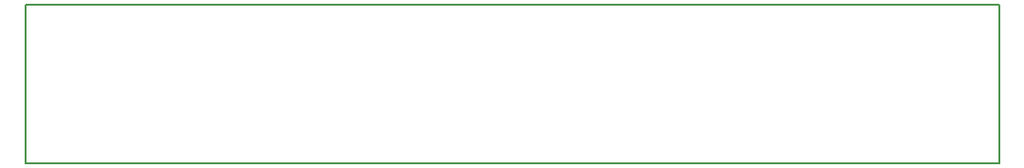
<source format=gbr>
G04 DipTrace 3.0.0.2*
G04 BoardOutline.gbr*
%MOIN*%
G04 #@! TF.FileFunction,Profile*
G04 #@! TF.Part,Single*
%ADD11C,0.005512*%
%FSLAX26Y26*%
G04*
G70*
G90*
G75*
G01*
G04 BoardOutline*
%LPD*%
X393701Y393701D2*
D11*
X3818701D1*
Y953701D1*
X393701D1*
Y393701D1*
M02*

</source>
